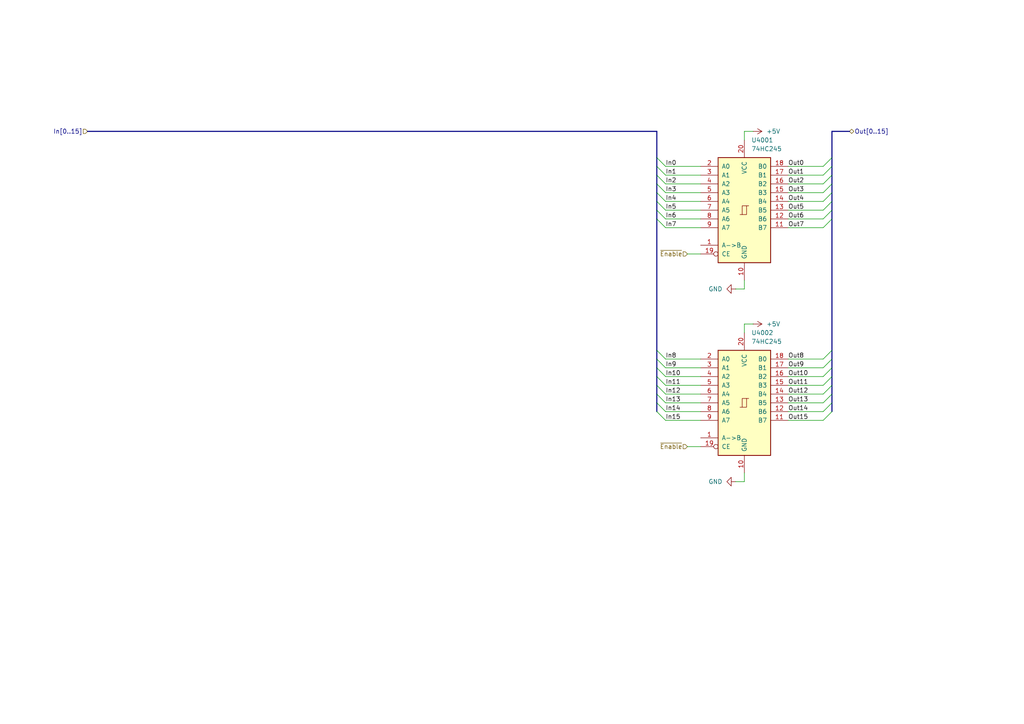
<source format=kicad_sch>
(kicad_sch (version 20231120) (generator "eeschema") (generator_version "8.0")
  (paper "A4")
  (lib_symbols
    (symbol "74xx:74HC245" (pin_names (offset 1.016))
      (property "Reference" "U" (at -7.62 16.51 0))
      (property "Value" "74HC245" (at -7.62 -16.51 0))
      (symbol "74HC245_1_0"
        (polyline (pts (xy -0.635 -1.27) (xy -0.635 1.27) (xy 0.635 1.27)))
        (polyline (pts (xy -1.27 -1.27) (xy 0.635 -1.27) (xy 0.635 1.27) (xy 1.27 1.27)))
        (pin input line (at -12.7 -10.16 0) (length 5.08) (name "A->B") (number "1"))
        (pin power_in line (at 0 -20.32 90) (length 5.08) (name "GND") (number "10"))
        (pin tri_state line (at 12.7 -5.08 180) (length 5.08) (name "B7") (number "11"))
        (pin tri_state line (at 12.7 -2.54 180) (length 5.08) (name "B6") (number "12"))
        (pin tri_state line (at 12.7 0 180) (length 5.08) (name "B5") (number "13"))
        (pin tri_state line (at 12.7 2.54 180) (length 5.08) (name "B4") (number "14"))
        (pin tri_state line (at 12.7 5.08 180) (length 5.08) (name "B3") (number "15"))
        (pin tri_state line (at 12.7 7.62 180) (length 5.08) (name "B2") (number "16"))
        (pin tri_state line (at 12.7 10.16 180) (length 5.08) (name "B1") (number "17"))
        (pin tri_state line (at 12.7 12.7 180) (length 5.08) (name "B0") (number "18"))
        (pin input inverted (at -12.7 -12.7 0) (length 5.08) (name "CE") (number "19"))
        (pin tri_state line (at -12.7 12.7 0) (length 5.08) (name "A0") (number "2"))
        (pin power_in line (at 0 20.32 270) (length 5.08) (name "VCC") (number "20"))
        (pin tri_state line (at -12.7 10.16 0) (length 5.08) (name "A1") (number "3"))
        (pin tri_state line (at -12.7 7.62 0) (length 5.08) (name "A2") (number "4"))
        (pin tri_state line (at -12.7 5.08 0) (length 5.08) (name "A3") (number "5"))
        (pin tri_state line (at -12.7 2.54 0) (length 5.08) (name "A4") (number "6"))
        (pin tri_state line (at -12.7 0 0) (length 5.08) (name "A5") (number "7"))
        (pin tri_state line (at -12.7 -2.54 0) (length 5.08) (name "A6") (number "8"))
        (pin tri_state line (at -12.7 -5.08 0) (length 5.08) (name "A7") (number "9"))
      )
      (symbol "74HC245_1_1"
        (rectangle (start -7.62 15.24) (end 7.62 -15.24) (stroke (width 0.254)) (fill (type background)))
      )
    )
    (symbol "power:+5V" (power) (pin_numbers hide) (pin_names (offset 0) hide)
      (property "Value" "+5V" (at 0 3.556 0))
      (symbol "+5V_0_1"
        (polyline (pts (xy -0.762 1.27) (xy 0 2.54)))
        (polyline (pts (xy 0 0) (xy 0 2.54)))
        (polyline (pts (xy 0 2.54) (xy 0.762 1.27)))
      )
      (symbol "+5V_1_1"
        (pin power_in line (at 0 0 90) (length 0) (name "~") (number "1"))
      )
    )
    (symbol "power:GND" (power) (pin_numbers hide) (pin_names (offset 0) hide)
      (property "Value" "GND" (at 0 -3.81 0))
      (symbol "GND_0_1"
        (polyline (pts (xy 0 0) (xy 0 -1.27) (xy 1.27 -1.27) (xy 0 -2.54) (xy -1.27 -1.27) (xy 0 -1.27)))
      )
      (symbol "GND_1_1"
        (pin power_in line (at 0 0 270) (length 0) (name "~") (number "1"))
      )
    )
  )
  (bus_entry (at 241.3 60.96) (size -2.54 2.54))
  (bus_entry (at 241.3 48.26) (size -2.54 2.54))
  (bus_entry (at 190.5 119.38) (size 2.54 2.54))
  (bus_entry (at 190.5 109.22) (size 2.54 2.54))
  (bus_entry (at 241.3 116.84) (size -2.54 2.54))
  (bus_entry (at 241.3 58.42) (size -2.54 2.54))
  (bus_entry (at 190.5 48.26) (size 2.54 2.54))
  (bus_entry (at 190.5 53.34) (size 2.54 2.54))
  (bus_entry (at 241.3 104.14) (size -2.54 2.54))
  (bus_entry (at 190.5 114.3) (size 2.54 2.54))
  (bus_entry (at 241.3 45.72) (size -2.54 2.54))
  (bus_entry (at 241.3 53.34) (size -2.54 2.54))
  (bus_entry (at 190.5 50.8) (size 2.54 2.54))
  (bus_entry (at 190.5 63.5) (size 2.54 2.54))
  (bus_entry (at 241.3 63.5) (size -2.54 2.54))
  (bus_entry (at 241.3 101.6) (size -2.54 2.54))
  (bus_entry (at 241.3 111.76) (size -2.54 2.54))
  (bus_entry (at 190.5 58.42) (size 2.54 2.54))
  (bus_entry (at 190.5 104.14) (size 2.54 2.54))
  (bus_entry (at 190.5 60.96) (size 2.54 2.54))
  (bus_entry (at 190.5 106.68) (size 2.54 2.54))
  (bus_entry (at 241.3 109.22) (size -2.54 2.54))
  (bus_entry (at 241.3 55.88) (size -2.54 2.54))
  (bus_entry (at 190.5 55.88) (size 2.54 2.54))
  (bus_entry (at 241.3 50.8) (size -2.54 2.54))
  (bus_entry (at 241.3 106.68) (size -2.54 2.54))
  (bus_entry (at 190.5 101.6) (size 2.54 2.54))
  (bus_entry (at 190.5 45.72) (size 2.54 2.54))
  (bus_entry (at 190.5 116.84) (size 2.54 2.54))
  (bus_entry (at 190.5 111.76) (size 2.54 2.54))
  (bus_entry (at 241.3 119.38) (size -2.54 2.54))
  (bus_entry (at 241.3 114.3) (size -2.54 2.54))
  (bus (pts (xy 241.3 104.14) (xy 241.3 106.68)))
  (bus (pts (xy 241.3 38.1) (xy 246.38 38.1)))
  (wire (pts (xy 199.39 129.54) (xy 203.2 129.54)))
  (bus (pts (xy 190.5 50.8) (xy 190.5 53.34)))
  (bus (pts (xy 241.3 60.96) (xy 241.3 63.5)))
  (wire (pts (xy 193.04 58.42) (xy 203.2 58.42)))
  (bus (pts (xy 190.5 111.76) (xy 190.5 114.3)))
  (wire (pts (xy 228.6 116.84) (xy 238.76 116.84)))
  (wire (pts (xy 213.36 139.7) (xy 215.9 139.7)))
  (bus (pts (xy 190.5 58.42) (xy 190.5 60.96)))
  (bus (pts (xy 241.3 45.72) (xy 241.3 48.26)))
  (wire (pts (xy 193.04 106.68) (xy 203.2 106.68)))
  (bus (pts (xy 241.3 106.68) (xy 241.3 109.22)))
  (wire (pts (xy 215.9 93.98) (xy 218.44 93.98)))
  (wire (pts (xy 228.6 121.92) (xy 238.76 121.92)))
  (wire (pts (xy 228.6 119.38) (xy 238.76 119.38)))
  (bus (pts (xy 241.3 111.76) (xy 241.3 114.3)))
  (wire (pts (xy 193.04 63.5) (xy 203.2 63.5)))
  (wire (pts (xy 228.6 109.22) (xy 238.76 109.22)))
  (bus (pts (xy 190.5 60.96) (xy 190.5 63.5)))
  (wire (pts (xy 215.9 96.52) (xy 215.9 93.98)))
  (bus (pts (xy 241.3 116.84) (xy 241.3 119.38)))
  (wire (pts (xy 228.6 58.42) (xy 238.76 58.42)))
  (bus (pts (xy 190.5 101.6) (xy 190.5 104.14)))
  (wire (pts (xy 193.04 111.76) (xy 203.2 111.76)))
  (wire (pts (xy 199.39 73.66) (xy 203.2 73.66)))
  (wire (pts (xy 213.36 83.82) (xy 215.9 83.82)))
  (wire (pts (xy 193.04 104.14) (xy 203.2 104.14)))
  (bus (pts (xy 190.5 55.88) (xy 190.5 58.42)))
  (wire (pts (xy 193.04 50.8) (xy 203.2 50.8)))
  (wire (pts (xy 215.9 139.7) (xy 215.9 137.16)))
  (wire (pts (xy 215.9 83.82) (xy 215.9 81.28)))
  (bus (pts (xy 190.5 106.68) (xy 190.5 109.22)))
  (wire (pts (xy 193.04 66.04) (xy 203.2 66.04)))
  (wire (pts (xy 193.04 114.3) (xy 203.2 114.3)))
  (wire (pts (xy 193.04 121.92) (xy 203.2 121.92)))
  (bus (pts (xy 190.5 53.34) (xy 190.5 55.88)))
  (wire (pts (xy 228.6 55.88) (xy 238.76 55.88)))
  (bus (pts (xy 190.5 38.1) (xy 190.5 45.72)))
  (bus (pts (xy 241.3 53.34) (xy 241.3 55.88)))
  (wire (pts (xy 193.04 119.38) (xy 203.2 119.38)))
  (wire (pts (xy 193.04 60.96) (xy 203.2 60.96)))
  (bus (pts (xy 241.3 50.8) (xy 241.3 53.34)))
  (wire (pts (xy 228.6 50.8) (xy 238.76 50.8)))
  (bus (pts (xy 190.5 116.84) (xy 190.5 119.38)))
  (bus (pts (xy 241.3 55.88) (xy 241.3 58.42)))
  (wire (pts (xy 193.04 109.22) (xy 203.2 109.22)))
  (bus (pts (xy 25.4 38.1) (xy 190.5 38.1)))
  (bus (pts (xy 190.5 48.26) (xy 190.5 50.8)))
  (wire (pts (xy 193.04 48.26) (xy 203.2 48.26)))
  (bus (pts (xy 190.5 109.22) (xy 190.5 111.76)))
  (wire (pts (xy 228.6 66.04) (xy 238.76 66.04)))
  (bus (pts (xy 241.3 48.26) (xy 241.3 50.8)))
  (wire (pts (xy 193.04 116.84) (xy 203.2 116.84)))
  (wire (pts (xy 228.6 111.76) (xy 238.76 111.76)))
  (wire (pts (xy 228.6 48.26) (xy 238.76 48.26)))
  (bus (pts (xy 241.3 58.42) (xy 241.3 60.96)))
  (wire (pts (xy 215.9 40.64) (xy 215.9 38.1)))
  (wire (pts (xy 228.6 106.68) (xy 238.76 106.68)))
  (wire (pts (xy 193.04 55.88) (xy 203.2 55.88)))
  (bus (pts (xy 241.3 114.3) (xy 241.3 116.84)))
  (bus (pts (xy 190.5 104.14) (xy 190.5 106.68)))
  (bus (pts (xy 190.5 114.3) (xy 190.5 116.84)))
  (bus (pts (xy 190.5 63.5) (xy 190.5 101.6)))
  (bus (pts (xy 241.3 38.1) (xy 241.3 45.72)))
  (bus (pts (xy 241.3 109.22) (xy 241.3 111.76)))
  (wire (pts (xy 228.6 63.5) (xy 238.76 63.5)))
  (wire (pts (xy 228.6 60.96) (xy 238.76 60.96)))
  (wire (pts (xy 193.04 53.34) (xy 203.2 53.34)))
  (bus (pts (xy 190.5 45.72) (xy 190.5 48.26)))
  (wire (pts (xy 228.6 114.3) (xy 238.76 114.3)))
  (wire (pts (xy 228.6 53.34) (xy 238.76 53.34)))
  (bus (pts (xy 241.3 63.5) (xy 241.3 101.6)))
  (bus (pts (xy 241.3 101.6) (xy 241.3 104.14)))
  (wire (pts (xy 228.6 104.14) (xy 238.76 104.14)))
  (wire (pts (xy 215.9 38.1) (xy 218.44 38.1)))
  (label "Out9" (at 228.6 106.68 0))
  (label "Out10" (at 228.6 109.22 0))
  (label "In10" (at 193.04 109.22 0))
  (label "In12" (at 193.04 114.3 0))
  (label "Out3" (at 228.6 55.88 0))
  (label "Out12" (at 228.6 114.3 0))
  (label "Out4" (at 228.6 58.42 0))
  (label "Out13" (at 228.6 116.84 0))
  (label "Out11" (at 228.6 111.76 0))
  (label "Out8" (at 228.6 104.14 0))
  (label "In15" (at 193.04 121.92 0))
  (label "Out0" (at 228.6 48.26 0))
  (label "Out6" (at 228.6 63.5 0))
  (label "In11" (at 193.04 111.76 0))
  (label "Out14" (at 228.6 119.38 0))
  (label "In9" (at 193.04 106.68 0))
  (label "Out7" (at 228.6 66.04 0))
  (label "In8" (at 193.04 104.14 0))
  (label "Out2" (at 228.6 53.34 0))
  (label "In7" (at 193.04 66.04 0))
  (label "In2" (at 193.04 53.34 0))
  (label "In4" (at 193.04 58.42 0))
  (label "In14" (at 193.04 119.38 0))
  (label "Out15" (at 228.6 121.92 0))
  (label "In6" (at 193.04 63.5 0))
  (label "In5" (at 193.04 60.96 0))
  (label "In3" (at 193.04 55.88 0))
  (label "Out5" (at 228.6 60.96 0))
  (label "Out1" (at 228.6 50.8 0))
  (label "In13" (at 193.04 116.84 0))
  (label "In1" (at 193.04 50.8 0))
  (label "In0" (at 193.04 48.26 0))
  (hierarchical_label "~{Enable}" (shape input) (at 199.39 129.54 180))
  (hierarchical_label "Out[0..15]" (shape tri_state) (at 246.38 38.1 0))
  (hierarchical_label "In[0..15]" (shape input) (at 25.4 38.1 180))
  (hierarchical_label "~{Enable}" (shape input) (at 199.39 73.66 180))
  (symbol (lib_id "74xx:74HC245") (at 215.9 60.96 0) (unit 1)
    (property "Reference" "U4001" (at 217.9194 40.64 0) (effects (justify left)))
    (property "Value" "74HC245" (at 217.9194 43.18 0) (effects (justify left)))
    (property "Footprint" "Package_SO:SOIC-20W_7.5x12.8mm_P1.27mm" (effects (hide yes)))
    (property "Datasheet" "http://www.ti.com/lit/gpn/sn74HC245" (effects (hide yes)))
    (property "LCSC" "C5625" (effects (hide yes)))
    (instances (project "Register File Carrier" (path "" (reference "U4001") (unit 1)) (path "" (reference "U5001") (unit 1))))
  )
  (symbol (lib_id "power:GND") (at 213.36 139.7 270) (unit 1)
    (property "Reference" "#PWR04002" (effects (hide yes)))
    (property "Value" "GND" (at 209.55 139.6999 90) (effects (justify right)))
    (property "Description" "Power symbol creates a global label with name \"GND\" , ground" (effects (hide yes)))
    (instances (project "Register File Carrier" (path "" (reference "#PWR04002") (unit 1)) (path "" (reference "#PWR05002") (unit 1))))
  )
  (symbol (lib_id "74xx:74HC245") (at 215.9 116.84 0) (unit 1)
    (property "Reference" "U4002" (at 217.9194 96.52 0) (effects (justify left)))
    (property "Value" "74HC245" (at 217.9194 99.06 0) (effects (justify left)))
    (property "Footprint" "Package_SO:SOIC-20W_7.5x12.8mm_P1.27mm" (effects (hide yes)))
    (property "Datasheet" "http://www.ti.com/lit/gpn/sn74HC245" (effects (hide yes)))
    (property "LCSC" "C5625" (effects (hide yes)))
    (instances (project "Register File Carrier" (path "" (reference "U4002") (unit 1)) (path "" (reference "U5002") (unit 1))))
  )
  (symbol (lib_id "power:+5V") (at 218.44 93.98 270) (unit 1)
    (property "Reference" "#PWR04004" (effects (hide yes)))
    (property "Value" "+5V" (at 222.25 93.9799 90) (effects (justify left)))
    (property "Description" "Power symbol creates a global label with name \"+5V\"" (effects (hide yes)))
    (instances (project "Register File Carrier" (path "" (reference "#PWR04004") (unit 1)) (path "" (reference "#PWR05004") (unit 1))))
  )
  (symbol (lib_id "power:+5V") (at 218.44 38.1 270) (unit 1)
    (property "Reference" "#PWR04003" (effects (hide yes)))
    (property "Value" "+5V" (at 222.25 38.0999 90) (effects (justify left)))
    (property "Description" "Power symbol creates a global label with name \"+5V\"" (effects (hide yes)))
    (instances (project "Register File Carrier" (path "" (reference "#PWR04003") (unit 1)) (path "" (reference "#PWR05003") (unit 1))))
  )
  (symbol (lib_id "power:GND") (at 213.36 83.82 270) (unit 1)
    (property "Reference" "#PWR04001" (effects (hide yes)))
    (property "Value" "GND" (at 209.55 83.8199 90) (effects (justify right)))
    (property "Description" "Power symbol creates a global label with name \"GND\" , ground" (effects (hide yes)))
    (instances (project "Register File Carrier" (path "" (reference "#PWR04001") (unit 1)) (path "" (reference "#PWR05001") (unit 1))))
  )
)
</source>
